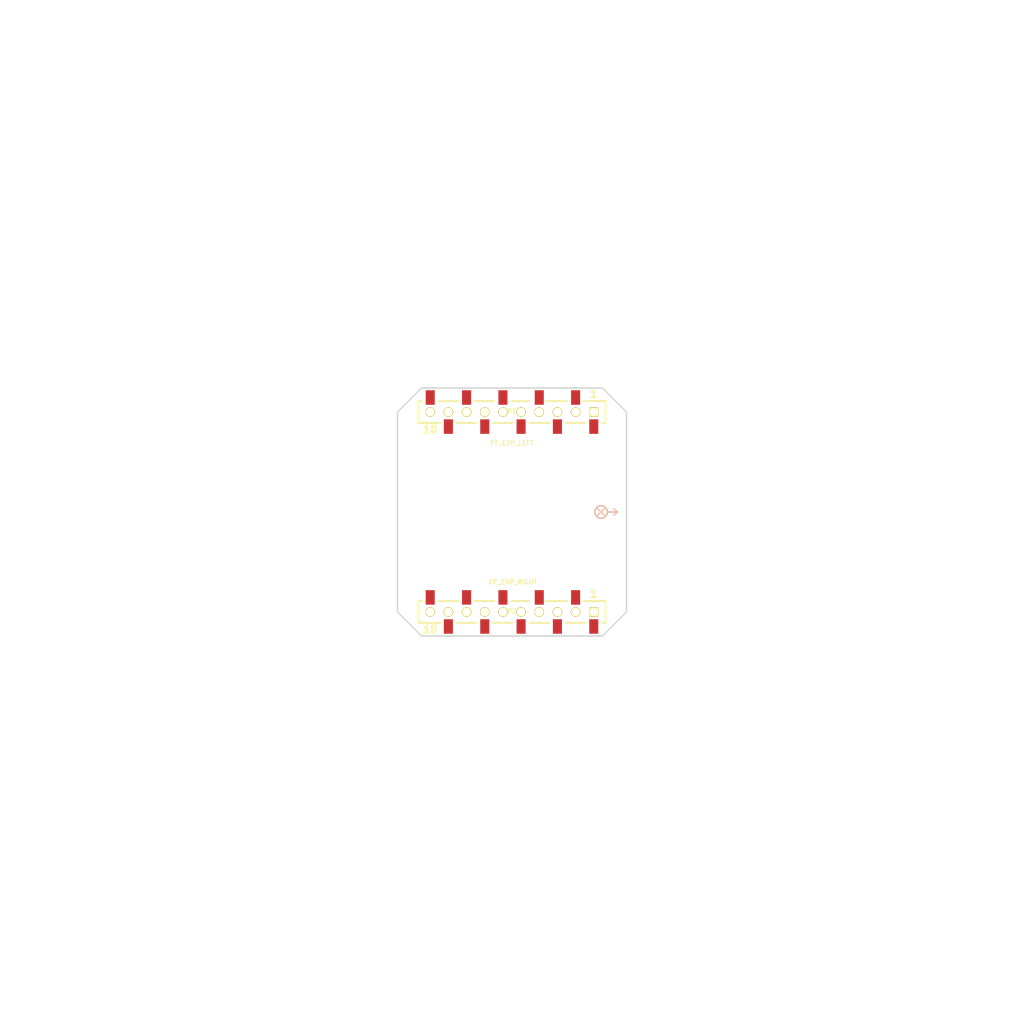
<source format=kicad_pcb>
(kicad_pcb (version 4) (host pcbnew 4.0.1-3.201512221402+6198~38~ubuntu15.04.1-stable)
  (title_block (title "Crazyflie 2.0 expansion template") (date "20 okt 2014") (rev A) (company "Bitcraze AB") (comment 1 "Licensed under CC-BY 4.0"))
  (layers (0 F.Cu signal) (31 B.Cu signal) (34 B.Paste user) (35 F.Paste user) (36 B.SilkS user) (37 F.SilkS user) (38 B.Mask user) (39 F.Mask user) (44 Edge.Cuts user))
  (net 0 "")
  (net 1 "Net-(P1-Pad10)")
  (net 2 "Net-(P1-Pad2)")
  (net 3 "Net-(P1-Pad1)")
  (net 4 "Net-(P1-Pad8)")
  (net 5 "Net-(P1-Pad9)")
  (net 6 "Net-(P1-Pad3)")
  (net 7 "Net-(P1-Pad4)")
  (net 8 "Net-(P1-Pad7)")
  (net 9 "Net-(P1-Pad6)")
  (net 10 "Net-(P1-Pad5)")
  (net 11 "Net-(P2-Pad10)")
  (net 12 "Net-(P2-Pad2)")
  (net 13 "Net-(P2-Pad1)")
  (net 14 "Net-(P2-Pad8)")
  (net 15 "Net-(P2-Pad9)")
  (net 16 "Net-(P2-Pad3)")
  (net 17 "Net-(P2-Pad4)")
  (net 18 "Net-(P2-Pad7)")
  (net 19 "Net-(P2-Pad6)")
  (net 20 "Net-(P2-Pad5)")
  (module bitcraze:EXP_ORIENTATION (layer F.Cu) (at 148.801 97.00092)
    (fp_text reference EXP_ORIENTATION hide)
    (fp_text value VAL** hide)
    (fp_line (start 0 0) (end -0.475 0.475) (layer B.SilkS) (width 0.15))
    (fp_line (start 0 0) (end 0.475 0.475) (layer B.SilkS) (width 0.15))
    (fp_line (start 0 0) (end 0.475 -0.475) (layer B.SilkS) (width 0.15))
    (fp_line (start 0 0) (end -0.475 -0.475) (layer B.SilkS) (width 0.15))
    (fp_circle (center 0 0) (end 0.7 0.025) (layer B.SilkS) (width 0.15))
    (fp_line (start 0.7 0) (end 1.8 0) (layer B.SilkS) (width 0.15))
    (fp_line (start 1.8 0) (end 1.4 -0.35) (layer B.SilkS) (width 0.15))
    (fp_line (start 1.8 0) (end 1.4 0.35) (layer B.SilkS) (width 0.15))
    (fp_line (start 1.8 0) (end 1.4 0.35) (layer F.SilkS) (width 0.15))
    (fp_line (start 1.8 0) (end 1.4 -0.35) (layer F.SilkS) (width 0.15))
    (fp_line (start 0.7 0) (end 1.8 0) (layer F.SilkS) (width 0.15))
    (fp_circle (center 0 0) (end 0.7 0.025) (layer F.SilkS) (width 0.15))
    (fp_circle (center 0 0) (end 0.075 0.025) (layer F.SilkS) (width 0.15))
  )
  (module connectors:BF090-10-X-B2 (layer F.Cu) (at 139.001 86.00092 180)
    (fp_text reference P1 (at 0 0.1 180) (layer F.SilkS) (effects (font (size 0.5 0.5) (thickness 0.1))))
    (fp_text value CF_EXP_LEFT (at 0 -3.4 180) (layer F.SilkS) (effects (font (size 0.5 0.5) (thickness 0.1))))
    (fp_text user 10 (at 9 -1.9 180) (layer F.SilkS) (effects (font (size 0.8 0.8) (thickness 0.2))))
    (fp_text user 1 (at -9 2 180) (layer F.SilkS) (effects (font (size 0.8 0.8) (thickness 0.2))))
    (fp_line (start 7.9 -1.2) (end 10.3 -1.2) (layer F.SilkS) (width 0.2))
    (fp_line (start 10.3 -1.2) (end 10.3 1.2) (layer F.SilkS) (width 0.2))
    (fp_line (start 10.3 1.2) (end 9.9 1.2) (layer F.SilkS) (width 0.2))
    (fp_line (start 3.9 -1.2) (end 6.1 -1.2) (layer F.SilkS) (width 0.2))
    (fp_line (start -0.1 -1.2) (end 2.1 -1.2) (layer F.SilkS) (width 0.2))
    (fp_line (start 5.9 1.2) (end 8.1 1.2) (layer F.SilkS) (width 0.2))
    (fp_line (start 1.9 1.2) (end 4.1 1.2) (layer F.SilkS) (width 0.2))
    (fp_line (start -1.9 1.2) (end 0.1 1.2) (layer F.SilkS) (width 0.2))
    (fp_line (start -4.1 -1.2) (end -1.9 -1.2) (layer F.SilkS) (width 0.2))
    (fp_line (start -6.1 1.2) (end -3.7 1.2) (layer F.SilkS) (width 0.2))
    (fp_line (start -8.1 -1.2) (end -5.9 -1.2) (layer F.SilkS) (width 0.2))
    (fp_line (start -10.3 -1.2) (end -9.9 -1.2) (layer F.SilkS) (width 0.2))
    (fp_line (start -10.3 -1.2) (end -10.3 1.2) (layer F.SilkS) (width 0.2))
    (fp_line (start -10.3 1.2) (end -7.9 1.2) (layer F.SilkS) (width 0.2))
    (pad 10 thru_hole circle (at 9 0 180) (size 1.05 1.05) (drill 0.8) (layers *.Cu F.SilkS B.Mask) (net 1 "Net-(P1-Pad10)"))
    (pad 2 thru_hole circle (at -7 0 180) (size 1.05 1.05) (drill 0.8) (layers *.Cu F.SilkS B.Mask) (net 2 "Net-(P1-Pad2)"))
    (pad 1 thru_hole rect (at -9 0 180) (size 1.05 1.05) (drill 0.8) (layers *.Cu F.SilkS B.Mask) (net 3 "Net-(P1-Pad1)"))
    (pad 8 thru_hole circle (at 5 0 180) (size 1.05 1.05) (drill 0.8) (layers *.Cu F.SilkS B.Mask) (net 4 "Net-(P1-Pad8)"))
    (pad 9 thru_hole circle (at 7 0 180) (size 1.05 1.05) (drill 0.8) (layers *.Cu F.SilkS B.Mask) (net 5 "Net-(P1-Pad9)"))
    (pad 3 thru_hole circle (at -5 0 180) (size 1.05 1.05) (drill 0.8) (layers *.Cu F.SilkS B.Mask) (net 6 "Net-(P1-Pad3)"))
    (pad 4 thru_hole circle (at -3 0 180) (size 1.05 1.05) (drill 0.8) (layers *.Cu F.SilkS B.Mask) (net 7 "Net-(P1-Pad4)"))
    (pad 7 thru_hole circle (at 3 0 180) (size 1.05 1.05) (drill 0.8) (layers *.Cu F.SilkS B.Mask) (net 8 "Net-(P1-Pad7)"))
    (pad 6 thru_hole circle (at 1 0 180) (size 1.05 1.05) (drill 0.8) (layers *.Cu F.SilkS B.Mask) (net 9 "Net-(P1-Pad6)"))
    (pad 5 thru_hole circle (at -1 0 180) (size 1.05 1.05) (drill 0.8) (layers *.Cu F.SilkS B.Mask) (net 10 "Net-(P1-Pad5)"))
    (pad 1 smd rect (at -9 -1.6 180) (size 1 1.6) (layers F.Cu F.Paste F.Mask) (net 3 "Net-(P1-Pad1)"))
    (pad 2 smd rect (at -7 1.6 180) (size 1 1.6) (layers F.Cu F.Paste F.Mask) (net 2 "Net-(P1-Pad2)"))
    (pad 3 smd rect (at -5 -1.6 180) (size 1 1.6) (layers F.Cu F.Paste F.Mask) (net 6 "Net-(P1-Pad3)"))
    (pad 4 smd rect (at -3 1.6 180) (size 1 1.6) (layers F.Cu F.Paste F.Mask) (net 7 "Net-(P1-Pad4)"))
    (pad 5 smd rect (at -1 -1.6 180) (size 1 1.6) (layers F.Cu F.Paste F.Mask) (net 10 "Net-(P1-Pad5)"))
    (pad 6 smd rect (at 1 1.6 180) (size 1 1.6) (layers F.Cu F.Paste F.Mask) (net 9 "Net-(P1-Pad6)"))
    (pad 7 smd rect (at 3 -1.6 180) (size 1 1.6) (layers F.Cu F.Paste F.Mask) (net 8 "Net-(P1-Pad7)"))
    (pad 8 smd rect (at 5 1.6 180) (size 1 1.6) (layers F.Cu F.Paste F.Mask) (net 4 "Net-(P1-Pad8)"))
    (pad 9 smd rect (at 7 -1.6 180) (size 1 1.6) (layers F.Cu F.Paste F.Mask) (net 5 "Net-(P1-Pad9)"))
    (pad 10 smd rect (at 9 1.6 180) (size 1 1.6) (layers F.Cu F.Paste F.Mask) (net 1 "Net-(P1-Pad10)"))
    (pad 1 smd circle (at -9 0 180) (size 1.05 1.05) (layers F.Cu F.Mask) (net 3 "Net-(P1-Pad1)"))
    (pad 2 smd circle (at -7 0 180) (size 1.05 1.05) (layers F.Cu F.Mask) (net 2 "Net-(P1-Pad2)"))
    (pad 3 smd circle (at -5 0 180) (size 1.05 1.05) (layers F.Cu F.Mask) (net 6 "Net-(P1-Pad3)"))
    (pad 4 smd circle (at -3 0 180) (size 1.05 1.05) (layers F.Cu F.Mask) (net 7 "Net-(P1-Pad4)"))
    (pad 5 smd circle (at -1 0 180) (size 1.05 1.05) (layers F.Cu F.Mask) (net 10 "Net-(P1-Pad5)"))
    (pad 6 smd circle (at 1 0 180) (size 1.05 1.05) (layers F.Cu F.Mask) (net 9 "Net-(P1-Pad6)"))
    (pad 7 smd circle (at 3 0 180) (size 1.05 1.05) (layers F.Cu F.Mask) (net 8 "Net-(P1-Pad7)"))
    (pad 8 smd circle (at 5 0 180) (size 1.05 1.05) (layers F.Cu F.Mask) (net 4 "Net-(P1-Pad8)"))
    (pad 9 smd circle (at 7 0 180) (size 1.05 1.05) (layers F.Cu F.Mask) (net 5 "Net-(P1-Pad9)"))
    (pad 10 smd circle (at 9 0 180) (size 1.05 1.05) (layers F.Cu F.Mask) (net 1 "Net-(P1-Pad10)"))
  )
  (module connectors:BF090-10-X-B2 (layer F.Cu) (at 139.001 108.00092 180)
    (fp_text reference P2 (at 0 0.1 180) (layer F.SilkS) (effects (font (size 0.5 0.5) (thickness 0.1))))
    (fp_text value CF_EXP_RIGHT (at -0.1 3.3 180) (layer F.SilkS) (effects (font (size 0.5 0.5) (thickness 0.1))))
    (fp_text user 10 (at 9 -1.9 180) (layer F.SilkS) (effects (font (size 0.8 0.8) (thickness 0.2))))
    (fp_text user 1 (at -9 2 180) (layer F.SilkS) (effects (font (size 0.8 0.8) (thickness 0.2))))
    (fp_line (start 7.9 -1.2) (end 10.3 -1.2) (layer F.SilkS) (width 0.2))
    (fp_line (start 10.3 -1.2) (end 10.3 1.2) (layer F.SilkS) (width 0.2))
    (fp_line (start 10.3 1.2) (end 9.9 1.2) (layer F.SilkS) (width 0.2))
    (fp_line (start 3.9 -1.2) (end 6.1 -1.2) (layer F.SilkS) (width 0.2))
    (fp_line (start -0.1 -1.2) (end 2.1 -1.2) (layer F.SilkS) (width 0.2))
    (fp_line (start 5.9 1.2) (end 8.1 1.2) (layer F.SilkS) (width 0.2))
    (fp_line (start 1.9 1.2) (end 4.1 1.2) (layer F.SilkS) (width 0.2))
    (fp_line (start -1.9 1.2) (end 0.1 1.2) (layer F.SilkS) (width 0.2))
    (fp_line (start -4.1 -1.2) (end -1.9 -1.2) (layer F.SilkS) (width 0.2))
    (fp_line (start -6.1 1.2) (end -3.7 1.2) (layer F.SilkS) (width 0.2))
    (fp_line (start -8.1 -1.2) (end -5.9 -1.2) (layer F.SilkS) (width 0.2))
    (fp_line (start -10.3 -1.2) (end -9.9 -1.2) (layer F.SilkS) (width 0.2))
    (fp_line (start -10.3 -1.2) (end -10.3 1.2) (layer F.SilkS) (width 0.2))
    (fp_line (start -10.3 1.2) (end -7.9 1.2) (layer F.SilkS) (width 0.2))
    (pad 10 thru_hole circle (at 9 0 180) (size 1.05 1.05) (drill 0.8) (layers *.Cu F.SilkS B.Mask) (net 11 "Net-(P2-Pad10)"))
    (pad 2 thru_hole circle (at -7 0 180) (size 1.05 1.05) (drill 0.8) (layers *.Cu F.SilkS B.Mask) (net 12 "Net-(P2-Pad2)"))
    (pad 1 thru_hole rect (at -9 0 180) (size 1.05 1.05) (drill 0.8) (layers *.Cu F.SilkS B.Mask) (net 13 "Net-(P2-Pad1)"))
    (pad 8 thru_hole circle (at 5 0 180) (size 1.05 1.05) (drill 0.8) (layers *.Cu F.SilkS B.Mask) (net 14 "Net-(P2-Pad8)"))
    (pad 9 thru_hole circle (at 7 0 180) (size 1.05 1.05) (drill 0.8) (layers *.Cu F.SilkS B.Mask) (net 15 "Net-(P2-Pad9)"))
    (pad 3 thru_hole circle (at -5 0 180) (size 1.05 1.05) (drill 0.8) (layers *.Cu F.SilkS B.Mask) (net 16 "Net-(P2-Pad3)"))
    (pad 4 thru_hole circle (at -3 0 180) (size 1.05 1.05) (drill 0.8) (layers *.Cu F.SilkS B.Mask) (net 17 "Net-(P2-Pad4)"))
    (pad 7 thru_hole circle (at 3 0 180) (size 1.05 1.05) (drill 0.8) (layers *.Cu F.SilkS B.Mask) (net 18 "Net-(P2-Pad7)"))
    (pad 6 thru_hole circle (at 1 0 180) (size 1.05 1.05) (drill 0.8) (layers *.Cu F.SilkS B.Mask) (net 19 "Net-(P2-Pad6)"))
    (pad 5 thru_hole circle (at -1 0 180) (size 1.05 1.05) (drill 0.8) (layers *.Cu F.SilkS B.Mask) (net 20 "Net-(P2-Pad5)"))
    (pad 1 smd rect (at -9 -1.6 180) (size 1 1.6) (layers F.Cu F.Paste F.Mask) (net 13 "Net-(P2-Pad1)"))
    (pad 2 smd rect (at -7 1.6 180) (size 1 1.6) (layers F.Cu F.Paste F.Mask) (net 12 "Net-(P2-Pad2)"))
    (pad 3 smd rect (at -5 -1.6 180) (size 1 1.6) (layers F.Cu F.Paste F.Mask) (net 16 "Net-(P2-Pad3)"))
    (pad 4 smd rect (at -3 1.6 180) (size 1 1.6) (layers F.Cu F.Paste F.Mask) (net 17 "Net-(P2-Pad4)"))
    (pad 5 smd rect (at -1 -1.6 180) (size 1 1.6) (layers F.Cu F.Paste F.Mask) (net 20 "Net-(P2-Pad5)"))
    (pad 6 smd rect (at 1 1.6 180) (size 1 1.6) (layers F.Cu F.Paste F.Mask) (net 19 "Net-(P2-Pad6)"))
    (pad 7 smd rect (at 3 -1.6 180) (size 1 1.6) (layers F.Cu F.Paste F.Mask) (net 18 "Net-(P2-Pad7)"))
    (pad 8 smd rect (at 5 1.6 180) (size 1 1.6) (layers F.Cu F.Paste F.Mask) (net 14 "Net-(P2-Pad8)"))
    (pad 9 smd rect (at 7 -1.6 180) (size 1 1.6) (layers F.Cu F.Paste F.Mask) (net 15 "Net-(P2-Pad9)"))
    (pad 10 smd rect (at 9 1.6 180) (size 1 1.6) (layers F.Cu F.Paste F.Mask) (net 11 "Net-(P2-Pad10)"))
    (pad 1 smd circle (at -9 0 180) (size 1.05 1.05) (layers F.Cu F.Mask) (net 13 "Net-(P2-Pad1)"))
    (pad 2 smd circle (at -7 0 180) (size 1.05 1.05) (layers F.Cu F.Mask) (net 12 "Net-(P2-Pad2)"))
    (pad 3 smd circle (at -5 0 180) (size 1.05 1.05) (layers F.Cu F.Mask) (net 16 "Net-(P2-Pad3)"))
    (pad 4 smd circle (at -3 0 180) (size 1.05 1.05) (layers F.Cu F.Mask) (net 17 "Net-(P2-Pad4)"))
    (pad 5 smd circle (at -1 0 180) (size 1.05 1.05) (layers F.Cu F.Mask) (net 20 "Net-(P2-Pad5)"))
    (pad 6 smd circle (at 1 0 180) (size 1.05 1.05) (layers F.Cu F.Mask) (net 19 "Net-(P2-Pad6)"))
    (pad 7 smd circle (at 3 0 180) (size 1.05 1.05) (layers F.Cu F.Mask) (net 18 "Net-(P2-Pad7)"))
    (pad 8 smd circle (at 5 0 180) (size 1.05 1.05) (layers F.Cu F.Mask) (net 14 "Net-(P2-Pad8)"))
    (pad 9 smd circle (at 7 0 180) (size 1.05 1.05) (layers F.Cu F.Mask) (net 15 "Net-(P2-Pad9)"))
    (pad 10 smd circle (at 9 0 180) (size 1.05 1.05) (layers F.Cu F.Mask) (net 11 "Net-(P2-Pad10)"))
  )
  (gr_line (start 151.601 108.00092) (end 151.601 106.20092) (angle 90) (layer Edge.Cuts) (width 0.15))
  (gr_line (start 149.701 109.90092) (end 151.601 108.00092) (angle 90) (layer Edge.Cuts) (width 0.15))
  (gr_line (start 151.601 86.00092) (end 151.601 106.20092) (angle 90) (layer Edge.Cuts) (width 0.15))
  (gr_line (start 149.701 84.10092) (end 151.601 86.00092) (angle 90) (layer Edge.Cuts) (width 0.15))
  (gr_line (start 126.401 108.00092) (end 126.401 86.00092) (angle 90) (layer Edge.Cuts) (width 0.15))
  (gr_line (start 128.301 109.90092) (end 126.401 108.00092) (angle 90) (layer Edge.Cuts) (width 0.15))
  (gr_line (start 128.301 84.10092) (end 126.401 86.00092) (angle 90) (layer Edge.Cuts) (width 0.15))
  (gr_line (start 129.051 110.65092) (end 128.301 109.90092) (angle 90) (layer Edge.Cuts) (width 0.15))
  (gr_line (start 139.001 110.65092) (end 129.051 110.65092) (angle 90) (layer Edge.Cuts) (width 0.15))
  (gr_line (start 148.951 110.65092) (end 149.701 109.90092) (angle 90) (layer Edge.Cuts) (width 0.15))
  (gr_line (start 139.001 110.65092) (end 148.951 110.65092) (angle 90) (layer Edge.Cuts) (width 0.15))
  (gr_line (start 129.051 83.35092) (end 128.301 84.10092) (angle 90) (layer Edge.Cuts) (width 0.15))
  (gr_line (start 148.951 83.35092) (end 149.701 84.10092) (angle 90) (layer Edge.Cuts) (width 0.15))
  (gr_line (start 141.751 83.35092) (end 148.951 83.35092) (angle 90) (layer Edge.Cuts) (width 0.15))
  (gr_line (start 141.751 83.35092) (end 129.051 83.35092) (angle 90) (layer Edge.Cuts) (width 0.15))
)
</source>
